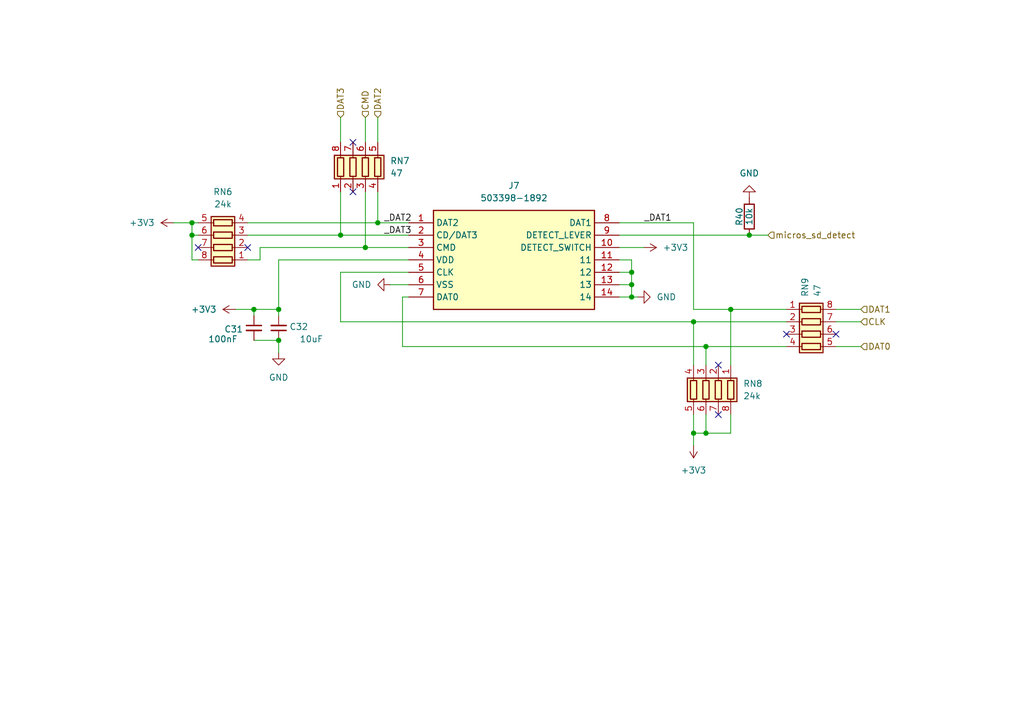
<source format=kicad_sch>
(kicad_sch (version 20250114) (generator "eeschema") (generator_version "9.0")
  (paper "A5")
  (title_block (title "Training Academy Board ") (date "2025-09-11") (rev "1.0") (company "Sapienza Rocket Team"))
  (lib_symbols
    (symbol "Device:C_Small" (pin_numbers (hide yes)) (pin_names (offset 0.254) (hide yes))
      (property "Reference" "C" (at 0.254 1.778 0))
      (property "Value" "C_Small" (at 0.254 -2.032 0))
      (symbol "C_Small_0_1"
        (polyline (pts (xy -1.524 0.508) (xy 1.524 0.508)) (stroke (width 0.3048)))
        (polyline (pts (xy -1.524 -0.508) (xy 1.524 -0.508)) (stroke (width 0.3302)))
      )
      (symbol "C_Small_1_1"
        (pin passive line (at 0 2.54 270) (length 2.032) (name "~") (number "1"))
        (pin passive line (at 0 -2.54 90) (length 2.032) (name "~") (number "2"))
      )
    )
    (symbol "Device:R" (pin_numbers (hide yes)) (pin_names (offset 0))
      (property "Reference" "R" (at 2.032 0 90))
      (property "Value" "R" (at 0 0 90))
      (symbol "R_0_1"
        (rectangle (start -1.016 -2.54) (end 1.016 2.54) (stroke (width 0.254)))
      )
      (symbol "R_1_1"
        (pin passive line (at 0 3.81 270) (length 1.27) (name "~") (number "1"))
        (pin passive line (at 0 -3.81 90) (length 1.27) (name "~") (number "2"))
      )
    )
    (symbol "Device:R_Pack04" (pin_names (offset 0) (hide yes))
      (property "Reference" "RN" (at -7.62 0 90))
      (property "Value" "R_Pack04" (at 5.08 0 90))
      (symbol "R_Pack04_0_1"
        (rectangle (start -6.35 -2.413) (end 3.81 2.413) (stroke (width 0.254)) (fill (type background)))
        (rectangle (start -5.715 1.905) (end -4.445 -1.905) (stroke (width 0.254)))
        (polyline (pts (xy -5.08 1.905) (xy -5.08 2.54)))
        (polyline (pts (xy -5.08 -2.54) (xy -5.08 -1.905)))
        (rectangle (start -3.175 1.905) (end -1.905 -1.905) (stroke (width 0.254)))
        (polyline (pts (xy -2.54 1.905) (xy -2.54 2.54)))
        (polyline (pts (xy -2.54 -2.54) (xy -2.54 -1.905)))
        (rectangle (start -0.635 1.905) (end 0.635 -1.905) (stroke (width 0.254)))
        (polyline (pts (xy 0 1.905) (xy 0 2.54)))
        (polyline (pts (xy 0 -2.54) (xy 0 -1.905)))
        (rectangle (start 1.905 1.905) (end 3.175 -1.905) (stroke (width 0.254)))
        (polyline (pts (xy 2.54 1.905) (xy 2.54 2.54)))
        (polyline (pts (xy 2.54 -2.54) (xy 2.54 -1.905)))
      )
      (symbol "R_Pack04_1_1"
        (pin passive line (at -5.08 5.08 270) (length 2.54) (name "R1.2") (number "8"))
        (pin passive line (at -5.08 -5.08 90) (length 2.54) (name "R1.1") (number "1"))
        (pin passive line (at -2.54 5.08 270) (length 2.54) (name "R2.2") (number "7"))
        (pin passive line (at -2.54 -5.08 90) (length 2.54) (name "R2.1") (number "2"))
        (pin passive line (at 0 5.08 270) (length 2.54) (name "R3.2") (number "6"))
        (pin passive line (at 0 -5.08 90) (length 2.54) (name "R3.1") (number "3"))
        (pin passive line (at 2.54 5.08 270) (length 2.54) (name "R4.2") (number "5"))
        (pin passive line (at 2.54 -5.08 90) (length 2.54) (name "R4.1") (number "4"))
      )
    )
    (symbol "microSD_503398-1892:503398-1892"
      (property "Reference" "J" (at 39.37 7.62 0))
      (property "Value" "503398-1892" (at 39.37 5.08 0))
      (symbol "503398-1892_1_1"
        (rectangle (start 5.08 2.54) (end 38.1 -17.78) (stroke (width 0.254)) (fill (type background)))
        (pin passive line (at 0 0 0) (length 5.08) (name "DAT2") (number "1"))
        (pin passive line (at 0 -2.54 0) (length 5.08) (name "CD/DAT3") (number "2"))
        (pin passive line (at 0 -5.08 0) (length 5.08) (name "CMD") (number "3"))
        (pin passive line (at 0 -7.62 0) (length 5.08) (name "VDD") (number "4"))
        (pin passive line (at 0 -10.16 0) (length 5.08) (name "CLK") (number "5"))
        (pin passive line (at 0 -12.7 0) (length 5.08) (name "VSS") (number "6"))
        (pin passive line (at 0 -15.24 0) (length 5.08) (name "DAT0") (number "7"))
        (pin passive line (at 43.18 0 180) (length 5.08) (name "DAT1") (number "8"))
        (pin passive line (at 43.18 -2.54 180) (length 5.08) (name "DETECT_LEVER") (number "9"))
        (pin passive line (at 43.18 -5.08 180) (length 5.08) (name "DETECT_SWITCH") (number "10"))
        (pin passive line (at 43.18 -7.62 180) (length 5.08) (name "11") (number "11"))
        (pin passive line (at 43.18 -10.16 180) (length 5.08) (name "12") (number "12"))
        (pin passive line (at 43.18 -12.7 180) (length 5.08) (name "13") (number "13"))
        (pin passive line (at 43.18 -15.24 180) (length 5.08) (name "14") (number "14"))
      )
    )
    (symbol "power:+3.3V" (power) (pin_numbers (hide yes)) (pin_names (offset 0) (hide yes))
      (property "Value" "+3.3V" (at 0 3.556 0))
      (symbol "+3.3V_0_1"
        (polyline (pts (xy -0.762 1.27) (xy 0 2.54)))
        (polyline (pts (xy 0 2.54) (xy 0.762 1.27)))
        (polyline (pts (xy 0 0) (xy 0 2.54)))
      )
      (symbol "+3.3V_1_1"
        (pin power_in line (at 0 0 90) (length 0) (name "~") (number "1"))
      )
    )
    (symbol "power:GND" (power) (pin_numbers (hide yes)) (pin_names (offset 0) (hide yes))
      (property "Value" "GND" (at 0 -3.81 0))
      (symbol "GND_0_1"
        (polyline (pts (xy 0 0) (xy 0 -1.27) (xy 1.27 -1.27) (xy 0 -2.54) (xy -1.27 -1.27) (xy 0 -1.27)))
      )
      (symbol "GND_1_1"
        (pin power_in line (at 0 0 270) (length 0) (name "~") (number "1"))
      )
    )
  )
  (junction (at 142.24 88.9))
  (junction (at 142.24 66.04))
  (junction (at 144.78 88.9))
  (junction (at 129.54 58.42))
  (junction (at 57.15 63.5))
  (junction (at 74.93 50.8))
  (junction (at 144.78 71.12))
  (junction (at 129.54 60.96))
  (junction (at 129.54 55.88))
  (junction (at 69.85 48.26))
  (junction (at 57.15 69.85))
  (junction (at 52.07 63.5))
  (junction (at 39.37 48.26))
  (junction (at 39.37 45.72))
  (junction (at 149.86 63.5))
  (junction (at 77.47 45.72))
  (junction (at 153.67 48.26))
  (no_connect (at 147.32 74.93))
  (no_connect (at 161.29 68.58))
  (no_connect (at 40.64 50.8))
  (no_connect (at 147.32 85.09))
  (no_connect (at 72.39 29.21))
  (no_connect (at 50.8 50.8))
  (no_connect (at 171.45 68.58))
  (no_connect (at 72.39 39.37))
  (wire (pts (xy 40.64 45.72) (xy 39.37 45.72)))
  (wire (pts (xy 142.24 66.04) (xy 142.24 74.93)))
  (wire (pts (xy 129.54 60.96) (xy 130.81 60.96)))
  (wire (pts (xy 53.34 50.8) (xy 53.34 53.34)))
  (wire (pts (xy 52.07 63.5) (xy 57.15 63.5)))
  (wire (pts (xy 69.85 48.26) (xy 83.82 48.26)))
  (wire (pts (xy 83.82 55.88) (xy 69.85 55.88)))
  (wire (pts (xy 52.07 69.85) (xy 57.15 69.85)))
  (wire (pts (xy 77.47 24.13) (xy 77.47 29.21)))
  (wire (pts (xy 74.93 39.37) (xy 74.93 50.8)))
  (wire (pts (xy 48.26 63.5) (xy 52.07 63.5)))
  (wire (pts (xy 129.54 53.34) (xy 129.54 55.88)))
  (wire (pts (xy 50.8 45.72) (xy 77.47 45.72)))
  (wire (pts (xy 129.54 58.42) (xy 129.54 60.96)))
  (wire (pts (xy 57.15 72.39) (xy 57.15 69.85)))
  (wire (pts (xy 149.86 85.09) (xy 149.86 88.9)))
  (wire (pts (xy 40.64 48.26) (xy 39.37 48.26)))
  (wire (pts (xy 40.64 53.34) (xy 39.37 53.34)))
  (wire (pts (xy 74.93 50.8) (xy 83.82 50.8)))
  (wire (pts (xy 142.24 45.72) (xy 142.24 63.5)))
  (wire (pts (xy 127 50.8) (xy 132.08 50.8)))
  (wire (pts (xy 52.07 64.77) (xy 52.07 63.5)))
  (wire (pts (xy 153.67 48.26) (xy 157.48 48.26)))
  (wire (pts (xy 171.45 71.12) (xy 176.53 71.12)))
  (wire (pts (xy 171.45 66.04) (xy 176.53 66.04)))
  (wire (pts (xy 142.24 88.9) (xy 144.78 88.9)))
  (wire (pts (xy 80.01 58.42) (xy 83.82 58.42)))
  (wire (pts (xy 83.82 60.96) (xy 82.55 60.96)))
  (wire (pts (xy 77.47 45.72) (xy 83.82 45.72)))
  (wire (pts (xy 35.56 45.72) (xy 39.37 45.72)))
  (wire (pts (xy 69.85 24.13) (xy 69.85 29.21)))
  (wire (pts (xy 82.55 71.12) (xy 144.78 71.12)))
  (wire (pts (xy 77.47 39.37) (xy 77.47 45.72)))
  (wire (pts (xy 129.54 55.88) (xy 129.54 58.42)))
  (wire (pts (xy 142.24 63.5) (xy 149.86 63.5)))
  (wire (pts (xy 50.8 48.26) (xy 69.85 48.26)))
  (wire (pts (xy 57.15 53.34) (xy 57.15 63.5)))
  (wire (pts (xy 142.24 88.9) (xy 142.24 85.09)))
  (wire (pts (xy 142.24 66.04) (xy 161.29 66.04)))
  (wire (pts (xy 69.85 55.88) (xy 69.85 66.04)))
  (wire (pts (xy 127 60.96) (xy 129.54 60.96)))
  (wire (pts (xy 127 48.26) (xy 153.67 48.26)))
  (wire (pts (xy 144.78 88.9) (xy 149.86 88.9)))
  (wire (pts (xy 57.15 53.34) (xy 83.82 53.34)))
  (wire (pts (xy 53.34 50.8) (xy 74.93 50.8)))
  (wire (pts (xy 69.85 66.04) (xy 142.24 66.04)))
  (wire (pts (xy 74.93 24.13) (xy 74.93 29.21)))
  (wire (pts (xy 144.78 88.9) (xy 144.78 85.09)))
  (wire (pts (xy 144.78 71.12) (xy 161.29 71.12)))
  (wire (pts (xy 127 55.88) (xy 129.54 55.88)))
  (wire (pts (xy 127 53.34) (xy 129.54 53.34)))
  (wire (pts (xy 171.45 63.5) (xy 176.53 63.5)))
  (wire (pts (xy 82.55 60.96) (xy 82.55 71.12)))
  (wire (pts (xy 39.37 45.72) (xy 39.37 48.26)))
  (wire (pts (xy 149.86 63.5) (xy 149.86 74.93)))
  (wire (pts (xy 53.34 53.34) (xy 50.8 53.34)))
  (wire (pts (xy 127 58.42) (xy 129.54 58.42)))
  (wire (pts (xy 142.24 88.9) (xy 142.24 91.44)))
  (wire (pts (xy 69.85 39.37) (xy 69.85 48.26)))
  (wire (pts (xy 144.78 71.12) (xy 144.78 74.93)))
  (wire (pts (xy 149.86 63.5) (xy 161.29 63.5)))
  (wire (pts (xy 39.37 53.34) (xy 39.37 48.26)))
  (wire (pts (xy 57.15 63.5) (xy 57.15 64.77)))
  (wire (pts (xy 142.24 45.72) (xy 127 45.72)))
  (label "_DAT3" (at 78.74 48.26 0))
  (label "_DAT2" (at 78.74 45.72 0))
  (label "_DAT1" (at 132.08 45.72 0))
  (hierarchical_label "DAT3" (shape input) (at 69.85 24.13 90))
  (hierarchical_label "CLK" (shape input) (at 176.53 66.04 0))
  (hierarchical_label "DAT2" (shape input) (at 77.47 24.13 90))
  (hierarchical_label "CMD" (shape input) (at 74.93 24.13 90))
  (hierarchical_label "micros_sd_detect" (shape input) (at 157.48 48.26 0))
  (hierarchical_label "DAT0" (shape input) (at 176.53 71.12 0))
  (hierarchical_label "DAT1" (shape input) (at 176.53 63.5 0))
  (symbol (lib_id "power:GND") (at 57.15 72.39 0) (unit 1)
    (property "Reference" "#PWR081" (effects (hide yes)))
    (property "Value" "GND" (at 57.15 77.47 0))
    (property "Description" "Power symbol creates a global label with name \"GND\" , ground" (effects (hide yes)))
  )
  (symbol (lib_id "Device:C_Small") (at 52.07 67.31 0) (unit 1)
    (property "Reference" "C31" (at 45.974 67.564 0) (effects (justify left)))
    (property "Value" "100nF" (at 42.672 69.596 0) (effects (justify left)))
    (property "Footprint" "Capacitor_SMD:C_0603_1608Metric_Pad1.08x0.95mm_HandSolder" (effects (hide yes)))
    (property "Description" "Unpolarized capacitor, small symbol" (effects (hide yes)))
  )
  (symbol (lib_id "power:GND") (at 80.01 58.42 270) (unit 1)
    (property "Reference" "#PWR078" (effects (hide yes)))
    (property "Value" "GND" (at 76.2 58.4199 90) (effects (justify right)))
    (property "Description" "Power symbol creates a global label with name \"GND\" , ground" (effects (hide yes)))
  )
  (symbol (lib_id "power:+3.3V") (at 48.26 63.5 90) (unit 1)
    (property "Reference" "#PWR080" (effects (hide yes)))
    (property "Value" "+3V3" (at 44.45 63.4999 90) (effects (justify left)))
    (property "Description" "Power symbol creates a global label with name \"+3V3\"" (effects (hide yes)))
  )
  (symbol (lib_id "Device:C_Small") (at 57.15 67.31 180) (unit 1)
    (property "Reference" "C32" (at 63.246 67.056 0) (effects (justify left)))
    (property "Value" "10uF" (at 66.294 69.596 0) (effects (justify left)))
    (property "Footprint" "Capacitor_SMD:C_0603_1608Metric_Pad1.08x0.95mm_HandSolder" (effects (hide yes)))
    (property "Description" "Unpolarized capacitor, small symbol" (effects (hide yes)))
  )
  (symbol (lib_id "power:+3.3V") (at 142.24 91.44 180) (unit 1)
    (property "Reference" "#PWR079" (effects (hide yes)))
    (property "Value" "+3V3" (at 142.24 96.52 0))
    (property "Description" "Power symbol creates a global label with name \"+3V3\"" (effects (hide yes)))
  )
  (symbol (lib_id "Device:R_Pack04") (at 166.37 68.58 270) (unit 1)
    (property "Reference" "RN9" (at 165.0999 60.96 0) (effects (justify right)))
    (property "Value" "47" (at 167.6399 60.96 0) (effects (justify right)))
    (property "Footprint" "Resistor_SMD:R_Array_Convex_4x0603" (effects (hide yes)))
    (property "Datasheet" "4D03WGJ0470T5E" (effects (hide yes)))
    (property "Description" "4 resistor network, parallel topology" (effects (hide yes)))
  )
  (symbol (lib_id "power:GND") (at 153.67 40.64 180) (unit 1)
    (property "Reference" "#PWR0139" (effects (hide yes)))
    (property "Value" "GND" (at 153.67 35.56 0))
    (property "Description" "Power symbol creates a global label with name \"GND\" , ground" (effects (hide yes)))
  )
  (symbol (lib_id "microSD_503398-1892:503398-1892") (at 83.82 45.72 0) (unit 1)
    (property "Reference" "J7" (at 105.41 38.1 0))
    (property "Value" "503398-1892" (at 105.41 40.64 0))
    (property "Footprint" "5033981892:5033981892" (effects (hide yes)))
    (property "Datasheet" "http://www.molex.com/webdocs/datasheets/pdf/en-us//5033981892_MEMORY_CARD_SOCKET.pdf" (effects (hide yes)))
    (property "Description" "MicroSD SMT Push-Push 1.28mm height MicroSD SMT Push-Push 1.28mm height" (effects (hide yes)))
    (property "Height" "1.28" (effects (hide yes)))
    (property "Mouser Part Number" "538-503398-1892" (effects (hide yes)))
    (property "Mouser Price/Stock" "https://www.mouser.co.uk/ProductDetail/Molex/503398-1892?qs=b0v8CoHHvSMxV%252BW12iKaSg%3D%3D" (effects (hide yes)))
    (property "Manufacturer_Name" "Molex" (effects (hide yes)))
    (property "Manufacturer_Part_Number" "503398-1892" (effects (hide yes)))
  )
  (symbol (lib_id "Device:R_Pack04") (at 74.93 34.29 0) (unit 1)
    (property "Reference" "RN7" (at 80.01 33.0199 0) (effects (justify left)))
    (property "Value" "47" (at 80.01 35.5599 0) (effects (justify left)))
    (property "Footprint" "Resistor_SMD:R_Array_Convex_4x0603" (effects (hide yes)))
    (property "Datasheet" "4D03WGJ0470T5E" (effects (hide yes)))
    (property "Description" "4 resistor network, parallel topology" (effects (hide yes)))
  )
  (symbol (lib_id "power:+3.3V") (at 35.56 45.72 90) (unit 1)
    (property "Reference" "#PWR077" (effects (hide yes)))
    (property "Value" "+3V3" (at 31.75 45.7199 90) (effects (justify left)))
    (property "Description" "Power symbol creates a global label with name \"+3V3\"" (effects (hide yes)))
  )
  (symbol (lib_id "Device:R") (at 153.67 44.45 0) (unit 1)
    (property "Reference" "R40" (at 151.638 44.45 90))
    (property "Value" "10k" (at 153.67 44.45 90))
    (property "Footprint" "Resistor_SMD:R_0603_1608Metric_Pad0.98x0.95mm_HandSolder" (effects (hide yes)))
    (property "Description" "Resistor" (effects (hide yes)))
  )
  (symbol (lib_id "Device:R_Pack04") (at 144.78 80.01 180) (unit 1)
    (property "Reference" "RN8" (at 152.4 78.7399 0) (effects (justify right)))
    (property "Value" "24k" (at 152.4 81.2799 0) (effects (justify right)))
    (property "Footprint" "Resistor_SMD:R_Array_Convex_4x0603" (effects (hide yes)))
    (property "Datasheet" "4D03WGJ0470T5E" (effects (hide yes)))
    (property "Description" "4 resistor network, parallel topology" (effects (hide yes)))
  )
  (symbol (lib_id "power:GND") (at 130.81 60.96 90) (unit 1)
    (property "Reference" "#PWR035" (effects (hide yes)))
    (property "Value" "GND" (at 134.62 60.9599 90) (effects (justify right)))
    (property "Description" "Power symbol creates a global label with name \"GND\" , ground" (effects (hide yes)))
  )
  (symbol (lib_id "power:+3.3V") (at 132.08 50.8 270) (unit 1)
    (property "Reference" "#PWR069" (effects (hide yes)))
    (property "Value" "+3V3" (at 135.89 50.7999 90) (effects (justify left)))
    (property "Description" "Power symbol creates a global label with name \"+3V3\"" (effects (hide yes)))
  )
  (symbol (lib_id "Device:R_Pack04") (at 45.72 48.26 90) (unit 1)
    (property "Reference" "RN6" (at 45.72 39.37 90))
    (property "Value" "24k" (at 45.72 41.91 90))
    (property "Footprint" "Resistor_SMD:R_Array_Convex_4x0603" (effects (hide yes)))
    (property "Datasheet" "4D03WGJ0470T5E" (effects (hide yes)))
    (property "Description" "4 resistor network, parallel topology" (effects (hide yes)))
  )
)
</source>
